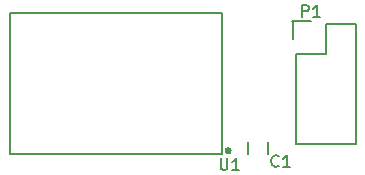
<source format=gto>
G04 #@! TF.FileFunction,Legend,Top*
%FSLAX46Y46*%
G04 Gerber Fmt 4.6, Leading zero omitted, Abs format (unit mm)*
G04 Created by KiCad (PCBNEW 4.0.2+dfsg1-stable) date Sun 14 May 2017 07:44:14 PM MDT*
%MOMM*%
G01*
G04 APERTURE LIST*
%ADD10C,0.100000*%
%ADD11C,0.150000*%
G04 APERTURE END LIST*
D10*
D11*
X141823607Y-92060000D02*
G75*
G03X141823607Y-92060000I-223607J0D01*
G01*
X141700000Y-92060000D02*
G75*
G03X141700000Y-92060000I-100000J0D01*
G01*
X123100000Y-92360000D02*
X141100000Y-92360000D01*
X123100000Y-80360000D02*
X123100000Y-92360000D01*
X141100000Y-80360000D02*
X123100000Y-80360000D01*
X141100000Y-92360000D02*
X141100000Y-80360000D01*
X144995000Y-92321000D02*
X144995000Y-91321000D01*
X143295000Y-91321000D02*
X143295000Y-92321000D01*
X152400000Y-81280000D02*
X152400000Y-91440000D01*
X152400000Y-91440000D02*
X147320000Y-91440000D01*
X147320000Y-91440000D02*
X147320000Y-83834430D01*
X149860000Y-81280000D02*
X152400000Y-81280000D01*
X147066000Y-82550000D02*
X147066000Y-81000000D01*
X149860000Y-81280000D02*
X149860000Y-83820000D01*
X147320000Y-83834430D02*
X149860000Y-83834430D01*
X148590000Y-81026000D02*
X147040000Y-81026000D01*
X140970095Y-92670381D02*
X140970095Y-93479905D01*
X141017714Y-93575143D01*
X141065333Y-93622762D01*
X141160571Y-93670381D01*
X141351048Y-93670381D01*
X141446286Y-93622762D01*
X141493905Y-93575143D01*
X141541524Y-93479905D01*
X141541524Y-92670381D01*
X142541524Y-93670381D02*
X141970095Y-93670381D01*
X142255809Y-93670381D02*
X142255809Y-92670381D01*
X142160571Y-92813238D01*
X142065333Y-92908476D01*
X141970095Y-92956095D01*
X145883334Y-93321143D02*
X145835715Y-93368762D01*
X145692858Y-93416381D01*
X145597620Y-93416381D01*
X145454762Y-93368762D01*
X145359524Y-93273524D01*
X145311905Y-93178286D01*
X145264286Y-92987810D01*
X145264286Y-92844952D01*
X145311905Y-92654476D01*
X145359524Y-92559238D01*
X145454762Y-92464000D01*
X145597620Y-92416381D01*
X145692858Y-92416381D01*
X145835715Y-92464000D01*
X145883334Y-92511619D01*
X146835715Y-93416381D02*
X146264286Y-93416381D01*
X146550000Y-93416381D02*
X146550000Y-92416381D01*
X146454762Y-92559238D01*
X146359524Y-92654476D01*
X146264286Y-92702095D01*
X147851905Y-80716381D02*
X147851905Y-79716381D01*
X148232858Y-79716381D01*
X148328096Y-79764000D01*
X148375715Y-79811619D01*
X148423334Y-79906857D01*
X148423334Y-80049714D01*
X148375715Y-80144952D01*
X148328096Y-80192571D01*
X148232858Y-80240190D01*
X147851905Y-80240190D01*
X149375715Y-80716381D02*
X148804286Y-80716381D01*
X149090000Y-80716381D02*
X149090000Y-79716381D01*
X148994762Y-79859238D01*
X148899524Y-79954476D01*
X148804286Y-80002095D01*
M02*

</source>
